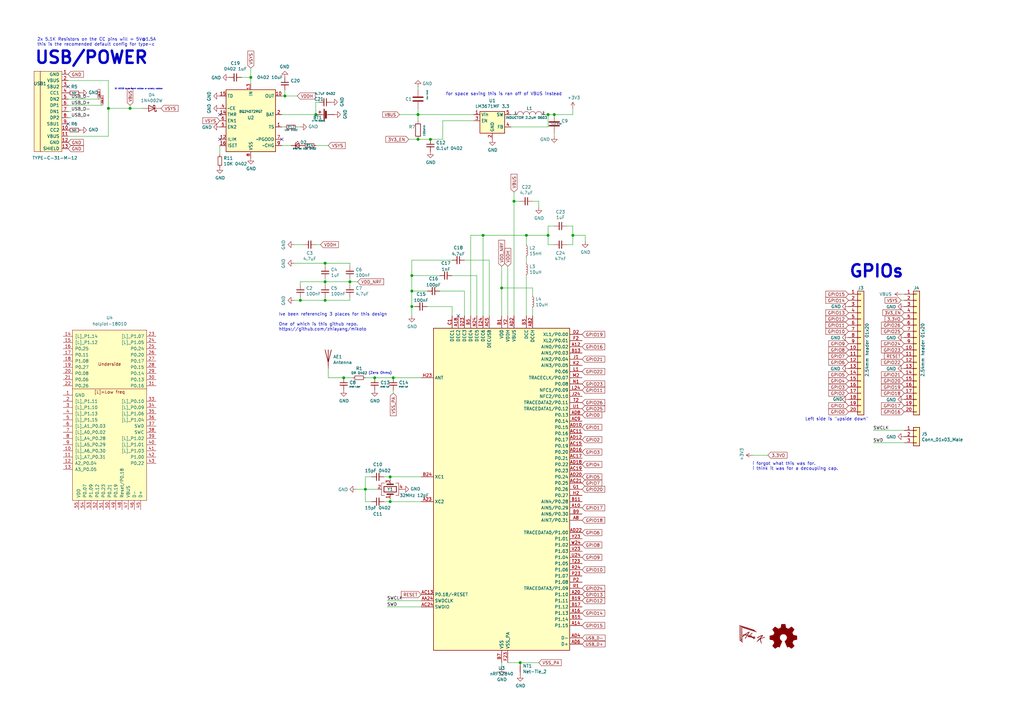
<source format=kicad_sch>
(kicad_sch (version 20211123) (generator eeschema)
  (paper "A3")
  (title_block (date "2021-08-08"))
  (junction (at 133.35 107.95) (diameter 1.016))
  (junction (at 168.91 113.03) (diameter 1.016))
  (junction (at 102.87 31.75) (diameter 1.016))
  (junction (at 171.45 46.99) (diameter 1.016))
  (junction (at 205.74 118.11) (diameter 1.016))
  (junction (at 198.12 96.52) (diameter 1.016))
  (junction (at 161.29 154.94) (diameter 1.016))
  (junction (at 171.45 57.15) (diameter 1.016))
  (junction (at 176.53 57.15) (diameter 1.016))
  (junction (at 160.02 195.58) (diameter 1.016))
  (junction (at 44.45 44.45) (diameter 1.016))
  (junction (at 215.9 96.52) (diameter 1.016))
  (junction (at 210.82 82.55) (diameter 1.016))
  (junction (at 234.95 96.52) (diameter 1.016))
  (junction (at 160.02 205.74) (diameter 1.016))
  (junction (at 224.79 96.52) (diameter 1.016))
  (junction (at 140.97 154.94) (diameter 1.016))
  (junction (at 123.19 123.19) (diameter 1.016))
  (junction (at 116.84 39.37) (diameter 1.016))
  (junction (at 227.33 46.99) (diameter 1.016))
  (junction (at 224.79 46.99) (diameter 1.016))
  (junction (at 129.54 46.99) (diameter 1.016))
  (junction (at 133.35 115.57) (diameter 1.016))
  (junction (at 213.36 271.78) (diameter 1.016))
  (junction (at 153.67 154.94) (diameter 1.016))
  (junction (at 143.51 115.57) (diameter 1.016))
  (junction (at 53.34 44.45) (diameter 1.016))
  (junction (at 133.35 123.19) (diameter 1.016))
  (junction (at 149.86 200.66) (diameter 1.016))
  (junction (at 168.91 119.38) (diameter 1.016))
  (junction (at 168.91 125.73) (diameter 1.016))
  (no_connect (at 115.57 57.15))
  (no_connect (at 187.96 129.54))
  (no_connect (at 90.17 46.99))
  (no_connect (at 90.17 57.15))
  (no_connect (at 27.94 35.56))
  (no_connect (at 27.94 50.8))
  (wire (pts (xy 215.9 107.95) (xy 215.9 105.41)))
  (wire (pts (xy 115.57 59.69) (xy 119.38 59.69)))
  (wire (pts (xy 129.54 100.33) (xy 131.445 100.33)))
  (wire (pts (xy 133.35 121.92) (xy 133.35 123.19)))
  (wire (pts (xy 153.67 154.94) (xy 161.29 154.94)))
  (wire (pts (xy 102.87 31.75) (xy 102.87 27.94)))
  (wire (pts (xy 171.45 44.45) (xy 171.45 46.99)))
  (wire (pts (xy 181.61 49.53) (xy 194.31 49.53)))
  (wire (pts (xy 27.94 33.02) (xy 44.45 33.02)))
  (wire (pts (xy 27.94 45.72) (xy 29.21 45.72)))
  (wire (pts (xy 358.14 181.61) (xy 370.84 181.61)))
  (wire (pts (xy 223.52 46.99) (xy 224.79 46.99)))
  (wire (pts (xy 157.48 195.58) (xy 160.02 195.58)))
  (wire (pts (xy 146.05 200.66) (xy 149.86 200.66)))
  (wire (pts (xy 160.02 205.74) (xy 172.72 205.74)))
  (wire (pts (xy 224.79 96.52) (xy 224.79 100.33)))
  (wire (pts (xy 168.91 106.68) (xy 168.91 113.03)))
  (wire (pts (xy 232.41 92.71) (xy 234.95 92.71)))
  (wire (pts (xy 129.54 41.91) (xy 129.54 46.99)))
  (wire (pts (xy 171.45 46.99) (xy 194.31 46.99)))
  (wire (pts (xy 224.79 92.71) (xy 224.79 96.52)))
  (wire (pts (xy 143.51 115.57) (xy 146.685 115.57)))
  (wire (pts (xy 224.79 46.99) (xy 227.33 46.99)))
  (wire (pts (xy 210.82 129.54) (xy 210.82 82.55)))
  (wire (pts (xy 232.41 100.33) (xy 234.95 100.33)))
  (wire (pts (xy 149.86 205.74) (xy 149.86 200.66)))
  (wire (pts (xy 234.95 96.52) (xy 240.03 96.52)))
  (wire (pts (xy 161.29 161.29) (xy 161.29 160.02)))
  (wire (pts (xy 195.58 113.03) (xy 195.58 129.54)))
  (wire (pts (xy 208.28 109.22) (xy 208.28 129.54)))
  (wire (pts (xy 227.33 54.61) (xy 227.33 55.88)))
  (wire (pts (xy 172.72 246.38) (xy 158.75 246.38)))
  (wire (pts (xy 215.9 100.33) (xy 215.9 96.52)))
  (wire (pts (xy 218.44 118.11) (xy 205.74 118.11)))
  (wire (pts (xy 168.91 119.38) (xy 168.91 125.73)))
  (wire (pts (xy 115.57 52.07) (xy 116.84 52.07)))
  (wire (pts (xy 130.81 41.91) (xy 129.54 41.91)))
  (wire (pts (xy 370.84 123.19) (xy 369.57 123.19)))
  (wire (pts (xy 27.94 43.18) (xy 41.91 43.18)))
  (wire (pts (xy 227.33 100.33) (xy 224.79 100.33)))
  (wire (pts (xy 370.84 176.53) (xy 358.14 176.53)))
  (wire (pts (xy 99.06 31.75) (xy 102.87 31.75)))
  (wire (pts (xy 140.97 154.94) (xy 134.62 154.94)))
  (wire (pts (xy 149.86 200.66) (xy 149.86 195.58)))
  (wire (pts (xy 149.86 200.66) (xy 154.94 200.66)))
  (wire (pts (xy 205.74 118.11) (xy 205.74 129.54)))
  (wire (pts (xy 143.51 109.22) (xy 143.51 107.95)))
  (wire (pts (xy 193.04 96.52) (xy 198.12 96.52)))
  (wire (pts (xy 53.34 44.45) (xy 53.34 43.18)))
  (wire (pts (xy 134.62 59.69) (xy 129.54 59.69)))
  (wire (pts (xy 143.51 114.3) (xy 143.51 115.57)))
  (wire (pts (xy 102.87 34.29) (xy 102.87 31.75)))
  (wire (pts (xy 27.94 40.64) (xy 40.64 40.64)))
  (wire (pts (xy 116.84 39.37) (xy 115.57 39.37)))
  (wire (pts (xy 224.79 52.07) (xy 224.79 46.99)))
  (wire (pts (xy 140.97 154.94) (xy 144.78 154.94)))
  (wire (pts (xy 134.62 154.94) (xy 134.62 151.13)))
  (wire (pts (xy 181.61 49.53) (xy 181.61 57.15)))
  (wire (pts (xy 160.02 196.85) (xy 160.02 195.58)))
  (wire (pts (xy 171.45 36.83) (xy 171.45 35.56)))
  (wire (pts (xy 120.65 100.33) (xy 124.46 100.33)))
  (wire (pts (xy 157.48 205.74) (xy 160.02 205.74)))
  (wire (pts (xy 218.44 126.365) (xy 218.44 129.54)))
  (wire (pts (xy 123.19 123.19) (xy 120.65 123.19)))
  (wire (pts (xy 172.72 248.92) (xy 158.75 248.92)))
  (wire (pts (xy 133.35 115.57) (xy 143.51 115.57)))
  (wire (pts (xy 27.94 48.26) (xy 29.21 48.26)))
  (wire (pts (xy 152.4 195.58) (xy 149.86 195.58)))
  (wire (pts (xy 210.82 82.55) (xy 210.82 78.74)))
  (wire (pts (xy 44.45 33.02) (xy 44.45 44.45)))
  (wire (pts (xy 129.54 46.99) (xy 115.57 46.99)))
  (wire (pts (xy 133.35 107.95) (xy 120.65 107.95)))
  (wire (pts (xy 121.92 39.37) (xy 116.84 39.37)))
  (wire (pts (xy 218.44 82.55) (xy 220.98 82.55)))
  (wire (pts (xy 198.12 96.52) (xy 215.9 96.52)))
  (wire (pts (xy 133.35 123.19) (xy 143.51 123.19)))
  (wire (pts (xy 224.79 92.71) (xy 227.33 92.71)))
  (wire (pts (xy 133.35 116.84) (xy 133.35 115.57)))
  (wire (pts (xy 190.5 119.38) (xy 190.5 129.54)))
  (wire (pts (xy 121.92 52.07) (xy 123.19 52.07)))
  (wire (pts (xy 234.95 100.33) (xy 234.95 96.52)))
  (wire (pts (xy 234.95 44.45) (xy 234.95 46.99)))
  (wire (pts (xy 200.66 106.68) (xy 200.66 129.54)))
  (wire (pts (xy 149.86 205.74) (xy 152.4 205.74)))
  (wire (pts (xy 215.9 96.52) (xy 224.79 96.52)))
  (wire (pts (xy 168.91 106.68) (xy 185.42 106.68)))
  (wire (pts (xy 213.36 271.78) (xy 220.98 271.78)))
  (wire (pts (xy 218.44 121.285) (xy 218.44 118.11)))
  (wire (pts (xy 161.29 154.94) (xy 172.72 154.94)))
  (wire (pts (xy 133.35 107.95) (xy 133.35 109.22)))
  (wire (pts (xy 44.45 44.45) (xy 53.34 44.45)))
  (wire (pts (xy 160.02 195.58) (xy 172.72 195.58)))
  (wire (pts (xy 163.83 46.99) (xy 171.45 46.99)))
  (wire (pts (xy 234.95 46.99) (xy 227.33 46.99)))
  (wire (pts (xy 176.53 57.15) (xy 181.61 57.15)))
  (wire (pts (xy 215.9 113.03) (xy 215.9 129.54)))
  (wire (pts (xy 149.86 154.94) (xy 153.67 154.94)))
  (wire (pts (xy 171.45 57.15) (xy 176.53 57.15)))
  (wire (pts (xy 205.74 271.78) (xy 205.74 274.32)))
  (wire (pts (xy 208.28 271.78) (xy 213.36 271.78)))
  (wire (pts (xy 123.19 115.57) (xy 123.19 116.84)))
  (wire (pts (xy 160.02 205.74) (xy 160.02 204.47)))
  (wire (pts (xy 143.51 121.92) (xy 143.51 123.19)))
  (wire (pts (xy 133.35 115.57) (xy 123.19 115.57)))
  (wire (pts (xy 133.35 114.3) (xy 133.35 115.57)))
  (wire (pts (xy 180.34 119.38) (xy 190.5 119.38)))
  (wire (pts (xy 220.98 82.55) (xy 220.98 85.09)))
  (wire (pts (xy 205.74 109.22) (xy 205.74 118.11)))
  (wire (pts (xy 369.57 120.65) (xy 370.84 120.65)))
  (wire (pts (xy 123.19 121.92) (xy 123.19 123.19)))
  (wire (pts (xy 143.51 107.95) (xy 133.35 107.95)))
  (wire (pts (xy 116.84 36.83) (xy 116.84 39.37)))
  (wire (pts (xy 185.42 113.03) (xy 195.58 113.03)))
  (wire (pts (xy 168.91 113.03) (xy 180.34 113.03)))
  (wire (pts (xy 198.12 129.54) (xy 198.12 96.52)))
  (wire (pts (xy 234.95 92.71) (xy 234.95 96.52)))
  (wire (pts (xy 314.96 186.69) (xy 308.61 186.69)))
  (wire (pts (xy 213.36 82.55) (xy 210.82 82.55)))
  (wire (pts (xy 168.91 113.03) (xy 168.91 119.38)))
  (wire (pts (xy 209.55 52.07) (xy 224.79 52.07)))
  (wire (pts (xy 240.03 96.52) (xy 240.03 99.06)))
  (wire (pts (xy 123.19 123.19) (xy 133.35 123.19)))
  (wire (pts (xy 44.45 44.45) (xy 44.45 55.88)))
  (wire (pts (xy 143.51 115.57) (xy 143.51 116.84)))
  (wire (pts (xy 90.17 63.5) (xy 90.17 59.69)))
  (wire (pts (xy 168.91 125.73) (xy 168.91 129.54)))
  (wire (pts (xy 171.45 57.15) (xy 167.64 57.15)))
  (wire (pts (xy 168.91 125.73) (xy 170.18 125.73)))
  (wire (pts (xy 193.04 129.54) (xy 193.04 96.52)))
  (wire (pts (xy 44.45 55.88) (xy 27.94 55.88)))
  (wire (pts (xy 175.26 125.73) (xy 185.42 125.73)))
  (wire (pts (xy 185.42 129.54) (xy 185.42 125.73)))
  (wire (pts (xy 190.5 106.68) (xy 200.66 106.68)))
  (wire (pts (xy 53.34 44.45) (xy 58.42 44.45)))
  (wire (pts (xy 168.91 119.38) (xy 175.26 119.38)))
  (wire (pts (xy 209.55 46.99) (xy 210.82 46.99)))
  (wire (pts (xy 171.45 49.53) (xy 171.45 46.99)))
  (text "Ive been referencing 3 places for this design\n\nOne of which is this github repo.\nhttps://github.com/zhiayang/mikoto" (at 114.3 135.89 0) (effects (font (size 1.27 1.27)) (justify left bottom)))
  (text "D1 NEEDS to be 0omh resistor or schotky resistor" (at 46.99 36.83 0) (effects (font (size 0.508 0.508)) (justify left bottom)))
  (text "2x 5.1K Resistors on the CC pins will = 5V@1.5A\nthis is the recomended default config for type-c" (at 15.24 19.05 0) (effects (font (size 1.27 1.27)) (justify left bottom)))
  (text "(Zero Ohms)" (at 151.13 153.67 0) (effects (font (size 0.9906 0.9906)) (justify left bottom)))
  (text "USB/POWER" (at 13.97 26.67 0) (effects (font (size 5.0038 5.0038) (thickness 1.0008) bold) (justify left bottom)))
  (text "GPIOs" (at 347.98 114.3 0) (effects (font (size 5.0038 5.0038) (thickness 1.0008) bold) (justify left bottom)))
  (text "for space saving this is ran off of VBUS instead" (at 182.88 39.37 0) (effects (font (size 1.27 1.27)) (justify left bottom)))
  (text "Left side is \"upside down\"" (at 330.2 172.72 0) (effects (font (size 1.27 1.27)) (justify left bottom)))
  (text "i forgot what this was for.\ni think it was for a decoupling cap." (at 308.61 193.04 0) (effects (font (size 1.27 1.27)) (justify left bottom)))
  (label "SWCLK" (at 358.14 176.53 0))
  (label "USB_D-" (at 29.21 40.64 0))
  (label "USB_D+" (at 29.21 48.26 0))
  (label "SWD" (at 158.75 248.92 0))
  (label "USB_D-" (at 29.21 45.72 0))
  (label "USB_D+" (at 29.21 43.18 0))
  (label "SWD" (at 358.14 181.61 0))
  (label "SWCLK" (at 158.75 246.38 0))
  (global_label "GPIO1" (shape input) (at 347.98 166.37 180) (property "Intersheet References" "${INTERSHEET_REFS}" (effects hide)))
  (global_label "GPIO1" (shape input) (at 238.76 175.26 0) (property "Intersheet References" "${INTERSHEET_REFS}" (effects hide)))
  (global_label "GPIO10" (shape input) (at 238.76 233.68 0) (property "Intersheet References" "${INTERSHEET_REFS}" (effects hide)))
  (global_label "GPIO14" (shape input) (at 238.76 251.46 0) (property "Intersheet References" "${INTERSHEET_REFS}" (effects hide)))
  (global_label "VDDH" (shape input) (at 208.28 109.22 90) (property "Intersheet References" "${INTERSHEET_REFS}" (effects hide)))
  (global_label "GPIO26" (shape input) (at 238.76 165.1 0) (property "Intersheet References" "${INTERSHEET_REFS}" (effects hide)))
  (global_label "GPIO19" (shape input) (at 238.76 137.16 0) (property "Intersheet References" "${INTERSHEET_REFS}" (effects hide)))
  (global_label "GPIO9" (shape input) (at 238.76 228.6 0) (property "Intersheet References" "${INTERSHEET_REFS}" (effects hide)))
  (global_label "VSYS" (shape input) (at 134.62 59.69 0) (property "Intersheet References" "${INTERSHEET_REFS}" (effects hide)))
  (global_label "VDDH" (shape input) (at 131.445 100.33 0) (property "Intersheet References" "${INTERSHEET_REFS}" (effects hide)))
  (global_label "GPIO26" (shape input) (at 370.84 133.35 180) (property "Intersheet References" "${INTERSHEET_REFS}" (effects hide)))
  (global_label "GPIO13" (shape input) (at 238.76 243.84 0) (property "Intersheet References" "${INTERSHEET_REFS}" (effects hide)))
  (global_label "USB_D-" (shape input) (at 40.64 40.64 90) (effects (font (size 0.508 0.508))) (property "Intersheet References" "${INTERSHEET_REFS}" (effects hide)))
  (global_label "GPIO6" (shape input) (at 238.76 218.44 0) (property "Intersheet References" "${INTERSHEET_REFS}" (effects hide)))
  (global_label "USB_D+" (shape input) (at 238.76 264.16 0) (effects (font (size 1.1938 1.1938))) (property "Intersheet References" "${INTERSHEET_REFS}" (effects hide)))
  (global_label "GPIO9" (shape input) (at 347.98 140.97 180) (property "Intersheet References" "${INTERSHEET_REFS}" (effects hide)))
  (global_label "VDDH" (shape input) (at 121.92 39.37 0) (property "Intersheet References" "${INTERSHEET_REFS}" (effects hide)))
  (global_label "GPIO7" (shape input) (at 347.98 146.05 180) (property "Intersheet References" "${INTERSHEET_REFS}" (effects hide)))
  (global_label "VSYS" (shape input) (at 90.17 49.53 180) (property "Intersheet References" "${INTERSHEET_REFS}" (effects hide)))
  (global_label "GPIO25" (shape input) (at 238.76 167.64 0) (property "Intersheet References" "${INTERSHEET_REFS}" (effects hide)))
  (global_label "3V3_EN" (shape input) (at 370.84 128.27 180) (effects (font (size 1.1938 1.1938))) (property "Intersheet References" "${INTERSHEET_REFS}" (effects hide)))
  (global_label "GPIO24" (shape input) (at 370.84 140.97 180) (property "Intersheet References" "${INTERSHEET_REFS}" (effects hide)))
  (global_label "GPIO12" (shape input) (at 238.76 246.38 0) (property "Intersheet References" "${INTERSHEET_REFS}" (effects hide)))
  (global_label "VBUS" (shape input) (at 163.83 46.99 180) (effects (font (size 1.1938 1.1938))) (property "Intersheet References" "${INTERSHEET_REFS}" (effects hide)))
  (global_label "GPIO17" (shape input) (at 238.76 208.28 0) (property "Intersheet References" "${INTERSHEET_REFS}" (effects hide)))
  (global_label "GPIO23" (shape input) (at 238.76 157.48 0) (property "Intersheet References" "${INTERSHEET_REFS}" (effects hide)))
  (global_label "GPIO6" (shape input) (at 347.98 148.59 180) (property "Intersheet References" "${INTERSHEET_REFS}" (effects hide)))
  (global_label "GPIO25" (shape input) (at 370.84 135.89 180) (property "Intersheet References" "${INTERSHEET_REFS}" (effects hide)))
  (global_label "GPIO10" (shape input) (at 347.98 135.89 180) (property "Intersheet References" "${INTERSHEET_REFS}" (effects hide)))
  (global_label "GPIO14" (shape input) (at 347.98 123.19 180) (property "Intersheet References" "${INTERSHEET_REFS}" (effects hide)))
  (global_label "VDD_NRF" (shape input) (at 146.685 115.57 0) (property "Intersheet References" "${INTERSHEET_REFS}" (effects hide)))
  (global_label "GPIO23" (shape input) (at 370.84 143.51 180) (property "Intersheet References" "${INTERSHEET_REFS}" (effects hide)))
  (global_label "GND" (shape input) (at 27.94 58.42 0) (property "Intersheet References" "${INTERSHEET_REFS}" (effects hide)))
  (global_label "GPIO20" (shape input) (at 238.76 200.66 0) (property "Intersheet References" "${INTERSHEET_REFS}" (effects hide)))
  (global_label "GPIO12" (shape input) (at 347.98 130.81 180) (property "Intersheet References" "${INTERSHEET_REFS}" (effects hide)))
  (global_label "GPIO5" (shape input) (at 238.76 195.58 0) (property "Intersheet References" "${INTERSHEET_REFS}" (effects hide)))
  (global_label "VSYS" (shape input) (at 369.57 123.19 180) (effects (font (size 1.1938 1.1938))) (property "Intersheet References" "${INTERSHEET_REFS}" (effects hide)))
  (global_label "GPIO19" (shape input) (at 370.84 158.75 180) (property "Intersheet References" "${INTERSHEET_REFS}" (effects hide)))
  (global_label "GPIO0" (shape input) (at 347.98 168.91 180) (property "Intersheet References" "${INTERSHEET_REFS}" (effects hide)))
  (global_label "GPIO21" (shape input) (at 370.84 153.67 180) (property "Intersheet References" "${INTERSHEET_REFS}" (effects hide)))
  (global_label "VBUS" (shape input) (at 53.34 43.18 90) (effects (font (size 1.1938 1.1938))) (property "Intersheet References" "${INTERSHEET_REFS}" (effects hide)))
  (global_label "USB_D-" (shape input) (at 238.76 261.62 0) (effects (font (size 1.1938 1.1938))) (property "Intersheet References" "${INTERSHEET_REFS}" (effects hide)))
  (global_label "VDD_NRF" (shape input) (at 205.74 109.22 90) (property "Intersheet References" "${INTERSHEET_REFS}" (effects hide)))
  (global_label "GPIO21" (shape input) (at 238.76 147.32 0) (property "Intersheet References" "${INTERSHEET_REFS}" (effects hide)))
  (global_label "GPIO16" (shape input) (at 370.84 168.91 180) (property "Intersheet References" "${INTERSHEET_REFS}" (effects hide)))
  (global_label "3.3VO" (shape input) (at 314.96 186.69 0) (property "Intersheet References" "${INTERSHEET_REFS}" (effects hide)))
  (global_label "GPIO3" (shape input) (at 347.98 158.75 180) (property "Intersheet References" "${INTERSHEET_REFS}" (effects hide)))
  (global_label "GPIO5" (shape input) (at 347.98 153.67 180) (property "Intersheet References" "${INTERSHEET_REFS}" (effects hide)))
  (global_label "VSS_PA" (shape input) (at 220.98 271.78 0) (property "Intersheet References" "${INTERSHEET_REFS}" (effects hide)))
  (global_label "GPIO22" (shape input) (at 370.84 148.59 180) (property "Intersheet References" "${INTERSHEET_REFS}" (effects hide)))
  (global_label "GND" (shape input) (at 27.94 30.48 0) (property "Intersheet References" "${INTERSHEET_REFS}" (effects hide)))
  (global_label "GPIO3" (shape input) (at 238.76 185.42 0) (property "Intersheet References" "${INTERSHEET_REFS}" (effects hide)))
  (global_label "3.3VO" (shape input) (at 370.84 130.81 180) (property "Intersheet References" "${INTERSHEET_REFS}" (effects hide)))
  (global_label "GPIO24" (shape input) (at 238.76 241.3 0) (property "Intersheet References" "${INTERSHEET_REFS}" (effects hide)))
  (global_label "GPIO8" (shape input) (at 347.98 143.51 180) (property "Intersheet References" "${INTERSHEET_REFS}" (effects hide)))
  (global_label "GPIO18" (shape input) (at 370.84 161.29 180) (property "Intersheet References" "${INTERSHEET_REFS}" (effects hide)))
  (global_label "GPIO16" (shape input) (at 238.76 142.24 0) (property "Intersheet References" "${INTERSHEET_REFS}" (effects hide)))
  (global_label "RESET" (shape input) (at 370.84 146.05 180) (property "Intersheet References" "${INTERSHEET_REFS}" (effects hide)))
  (global_label "GPIO8" (shape input) (at 238.76 223.52 0) (property "Intersheet References" "${INTERSHEET_REFS}" (effects hide)))
  (global_label "GPIO4" (shape input) (at 238.76 190.5 0) (property "Intersheet References" "${INTERSHEET_REFS}" (effects hide)))
  (global_label "GPIO18" (shape input) (at 238.76 213.36 0) (property "Intersheet References" "${INTERSHEET_REFS}" (effects hide)))
  (global_label "GND" (shape input) (at 27.94 60.96 0) (property "Intersheet References" "${INTERSHEET_REFS}" (effects hide)))
  (global_label "GPIO4" (shape input) (at 347.98 156.21 180) (property "Intersheet References" "${INTERSHEET_REFS}" (effects hide)))
  (global_label "GPIO7" (shape input) (at 238.76 198.12 0) (property "Intersheet References" "${INTERSHEET_REFS}" (effects hide)))
  (global_label "GPIO22" (shape input) (at 238.76 152.4 0) (property "Intersheet References" "${INTERSHEET_REFS}" (effects hide)))
  (global_label "GPIO11" (shape input) (at 347.98 133.35 180) (property "Intersheet References" "${INTERSHEET_REFS}" (effects hide)))
  (global_label "GPIO2" (shape input) (at 347.98 161.29 180) (property "Intersheet References" "${INTERSHEET_REFS}" (effects hide)))
  (global_label "GPIO15" (shape input) (at 238.76 256.54 0) (property "Intersheet References" "${INTERSHEET_REFS}" (effects hide)))
  (global_label "GPIO0" (shape input) (at 238.76 170.18 0) (property "Intersheet References" "${INTERSHEET_REFS}" (effects hide)))
  (global_label "GPIO20" (shape input) (at 370.84 156.21 180) (property "Intersheet References" "${INTERSHEET_REFS}" (effects hide)))
  (global_label "VSYS" (shape input) (at 102.87 27.94 90) (property "Intersheet References" "${INTERSHEET_REFS}" (effects hide)))
  (global_label "GPIO2" (shape input) (at 238.76 180.34 0) (property "Intersheet References" "${INTERSHEET_REFS}" (effects hide)))
  (global_label "GPIO17" (shape input) (at 370.84 166.37 180) (property "Intersheet References" "${INTERSHEET_REFS}" (effects hide)))
  (global_label "VSYS" (shape input) (at 66.04 44.45 0) (property "Intersheet References" "${INTERSHEET_REFS}" (effects hide)))
  (global_label "3V3_EN" (shape input) (at 167.64 57.15 180) (property "Intersheet References" "${INTERSHEET_REFS}" (effects hide)))
  (global_label "VSS_PA" (shape input) (at 161.29 161.29 270) (property "Intersheet References" "${INTERSHEET_REFS}" (effects hide)))
  (global_label "VBUS" (shape input) (at 210.82 78.74 90) (property "Intersheet References" "${INTERSHEET_REFS}" (effects hide)))
  (global_label "GPIO15" (shape input) (at 347.98 120.65 180) (property "Intersheet References" "${INTERSHEET_REFS}" (effects hide)))
  (global_label "GPIO11" (shape input) (at 238.76 160.02 0) (property "Intersheet References" "${INTERSHEET_REFS}" (effects hide)))
  (global_label "GPIO13" (shape input) (at 347.98 128.27 180) (property "Intersheet References" "${INTERSHEET_REFS}" (effects hide)))
  (global_label "RESET" (shape input) (at 172.72 243.84 180) (property "Intersheet References" "${INTERSHEET_REFS}" (effects hide)))
  (global_label "USB_D+" (shape input) (at 41.91 43.18 90) (effects (font (size 0.508 0.508))) (property "Intersheet References" "${INTERSHEET_REFS}" (effects hide)))
  (symbol (lib_id "Type-C:HRO-TYPE-C-31-M-12") (at 25.4 44.45 0) (unit 1)
    (property "Reference" "USB1" (at 19.05 34.29 0) (effects (justify right)))
    (property "Value" "TYPE-C-31-M-12" (at 31.75 64.77 0) (effects (justify right)))
    (property "Footprint" "HRO-TYPE-C31-M-12:HRO-TYPE-C-31-M-12" (effects hide))
  )
  (symbol (lib_id "power:GND") (at 347.98 163.83 270) (mirror x) (unit 1)
    (property "Reference" "#PWR020" (effects hide))
    (property "Value" "GND" (at 343.5858 163.703 90))
  )
  (symbol (lib_id "power:+3V3") (at 234.95 44.45 0) (unit 1)
    (property "Reference" "#PWR09" (effects hide))
    (property "Value" "+3V3" (at 235.331 40.0558 0))
  )
  (symbol (lib_id "Device:C") (at 171.45 40.64 180) (unit 1)
    (property "Reference" "C1" (at 168.91 40.64 0) (effects (justify left)))
    (property "Value" "10uf 0402" (at 175.26 36.83 90) (effects (font (size 0.508 0.508)) (justify left)))
    (property "Footprint" "Capacitor_SMD:C_0402_1005Metric" (effects hide))
  )
  (symbol (lib_id "power:GND") (at 171.45 35.56 180) (unit 1)
    (property "Reference" "#PWR04" (effects hide))
    (property "Value" "GND" (at 175.26 34.29 0))
  )
  (symbol (lib_id "logo:LOGO") (at 308.61 260.35 0) (unit 1)
    (property "Reference" "#G1" (effects hide))
    (property "Value" "LOGO" (effects hide))
    (property "Footprint" "EnvExtras:logo" (effects hide))
  )
  (symbol (lib_id "power:GND") (at 33.02 38.1 90) (unit 1)
    (property "Reference" "#PWR0108" (effects hide))
    (property "Value" "GND" (at 36.2712 37.973 90) (effects (justify right)))
  )
  (symbol (lib_id "power:GND") (at 33.02 53.34 90) (unit 1)
    (property "Reference" "#PWR0109" (effects hide))
    (property "Value" "GND" (at 36.2712 53.213 90) (effects (justify right)))
  )
  (symbol (lib_id "power:GND") (at 347.98 125.73 270) (unit 1)
    (property "Reference" "#PWR0102" (effects hide))
    (property "Value" "GND" (at 342.9 125.73 90))
  )
  (symbol (lib_id "power:GND") (at 347.98 151.13 270) (unit 1)
    (property "Reference" "#PWR0104" (effects hide))
    (property "Value" "GND" (at 344.7288 151.257 90) (effects (justify right)))
  )
  (symbol (lib_id "power:GND") (at 370.84 125.73 270) (unit 1)
    (property "Reference" "#PWR027" (effects hide))
    (property "Value" "GND" (at 367.5888 125.857 90) (effects (justify right)))
  )
  (symbol (lib_id "power:GND") (at 370.84 138.43 270) (unit 1)
    (property "Reference" "#PWR030" (effects hide))
    (property "Value" "GND" (at 367.5888 138.557 90) (effects (justify right)))
  )
  (symbol (lib_id "power:GND") (at 370.84 151.13 270) (unit 1)
    (property "Reference" "#PWR031" (effects hide))
    (property "Value" "GND" (at 367.5888 151.257 90) (effects (justify right)))
  )
  (symbol (lib_id "power:GND") (at 370.84 163.83 270) (unit 1)
    (property "Reference" "#PWR032" (effects hide))
    (property "Value" "GND" (at 367.5888 163.957 90) (effects (justify right)))
  )
  (symbol (lib_id "Connector_Generic:Conn_01x03") (at 375.92 179.07 0) (unit 1)
    (property "Reference" "J5" (at 377.952 178.0032 0) (effects (justify left)))
    (property "Value" "Conn_01x03_Male" (at 377.952 180.3146 0) (effects (justify left)))
    (property "Footprint" "Connector_PinHeader_2.54mm:PinHeader_1x03_P2.54mm_Vertical" (effects hide))
  )
  (symbol (lib_id "power:GND") (at 370.84 179.07 270) (unit 1)
    (property "Reference" "#PWR034" (effects hide))
    (property "Value" "GND" (at 367.5888 179.197 90) (effects (justify right)))
  )
  (symbol (lib_id "Device:C_Small") (at 176.53 59.69 0) (unit 1)
    (property "Reference" "C12" (at 178.8668 58.5216 0) (effects (justify left)))
    (property "Value" "0.1uf 0402" (at 178.8668 60.833 0) (effects (justify left)))
    (property "Footprint" "Capacitor_SMD:C_0402_1005Metric" (effects hide))
  )
  (symbol (lib_id "Device:C") (at 227.33 50.8 0) (unit 1)
    (property "Reference" "C9" (at 230.251 49.6316 0) (effects (justify left)))
    (property "Value" "4.7uf 0402" (at 226.06 50.8 0) (effects (font (size 0.508 0.508)) (justify left)))
    (property "Footprint" "Capacitor_SMD:C_0402_1005Metric" (effects hide))
  )
  (symbol (lib_id "power:GND") (at 227.33 55.88 0) (unit 1)
    (property "Reference" "#PWR01" (effects hide))
    (property "Value" "GND" (at 223.52 57.15 0))
  )
  (symbol (lib_id "Regulator_Switching:LM3670MF") (at 201.93 49.53 0) (unit 1)
    (property "Reference" "U1" (at 201.93 41.275 0))
    (property "Value" "LM3671MF 3.3" (at 201.93 43.5864 0))
    (property "Footprint" "Package_TO_SOT_SMD:TSOT-23-5" (effects hide))
    (property "Datasheet" "http://www.ti.com/lit/ds/symlink/lm3670.pdf" (effects hide))
  )
  (symbol (lib_id "pspice:INDUCTOR") (at 217.17 46.99 0) (unit 1)
    (property "Reference" "L1" (at 217.17 44.45 0))
    (property "Value" "INDUCTOR 2.2uH 0603" (at 215.9 48.26 0) (effects (font (size 0.9906 0.9906))))
    (property "Footprint" "Inductor_SMD:L_0603_1608Metric" (effects hide))
  )
  (symbol (lib_id "Device:Net-Tie_2") (at 213.36 274.32 270) (unit 1)
    (property "Reference" "NT1" (at 214.4776 273.1516 90) (effects (justify left)))
    (property "Value" "Net-Tie_2" (at 214.4776 275.463 90) (effects (justify left)))
    (property "Footprint" "NetTie:NetTie-2_SMD_Pad0.5mm" (effects hide))
  )
  (symbol (lib_id "power:GND") (at 205.74 274.32 0) (unit 1)
    (property "Reference" "#PWR016" (effects hide))
    (property "Value" "GND" (at 205.867 278.7142 0))
  )
  (symbol (lib_id "power:GND") (at 213.36 276.86 0) (unit 1)
    (property "Reference" "#PWR015" (effects hide))
    (property "Value" "GND" (at 213.487 281.2542 0))
  )
  (symbol (lib_id "power:VBUS") (at 369.57 120.65 90) (unit 1)
    (property "Reference" "#PWR03" (effects hide))
    (property "Value" "VBUS" (at 363.22 120.65 90))
  )
  (symbol (lib_id "Connector_Generic:Conn_01x20") (at 375.92 143.51 0) (unit 1)
    (property "Reference" "J4" (at 375.92 118.11 0))
    (property "Value" "2.54mm header 01x20" (at 378.46 143.51 90))
    (property "Footprint" "2.54mmheadercastelation:PinHeader_1x20_P2.54mm_Vertical_castelated" (effects hide))
  )
  (symbol (lib_id "Connector_Generic:Conn_01x20") (at 353.06 143.51 0) (unit 1)
    (property "Reference" "J3" (at 353.06 118.11 0))
    (property "Value" "2.54mm header 01x20" (at 355.6 143.51 90))
    (property "Footprint" "2.54mmheadercastelation:PinHeader_1x20_P2.54mm_Vertical_castelated" (effects hide))
  )
  (symbol (lib_id "Graphic:Logo_Open_Hardware_Small") (at 321.31 261.62 0) (unit 1)
    (property "Reference" "#LOGO1" (effects hide))
    (property "Value" "Logo_Open_Hardware_Small" (effects hide))
    (property "Footprint" "EnvExtras:logo" (effects hide))
  )
  (symbol (lib_id "Device:R") (at 171.45 53.34 0) (unit 1)
    (property "Reference" "R7" (at 167.64 52.07 0) (effects (justify left)))
    (property "Value" "100ohm" (at 173.99 55.88 90) (effects (font (size 0.762 0.762)) (justify left)))
    (property "Footprint" "Resistor_SMD:R_0402_1005Metric" (effects hide))
  )
  (symbol (lib_id "Device:R_Small") (at 30.48 53.34 270) (unit 1)
    (property "Reference" "R6" (at 30.48 50.8 90))
    (property "Value" "5.1K" (at 30.48 53.34 90) (effects (font (size 0.508 0.508))))
    (property "Footprint" "Resistor_SMD:R_0402_1005Metric" (effects hide))
  )
  (symbol (lib_id "Device:R_Small") (at 30.48 38.1 270) (unit 1)
    (property "Reference" "R5" (at 30.48 35.56 90))
    (property "Value" "5.1K" (at 30.48 38.1 90) (effects (font (size 0.508 0.508))))
    (property "Footprint" "Resistor_SMD:R_0402_1005Metric" (effects hide))
  )
  (symbol (lib_id "power:GND") (at 347.98 138.43 270) (unit 1)
    (property "Reference" "#PWR0103" (effects hide))
    (property "Value" "GND" (at 344.7288 138.557 90) (effects (justify right)))
  )
  (symbol (lib_id "power:GND") (at 201.93 57.15 0) (unit 1)
    (property "Reference" "#PWR0110" (effects hide))
    (property "Value" "GND" (at 202.057 61.5442 0))
  )
  (symbol (lib_id "power:GND") (at 176.53 62.23 0) (unit 1)
    (property "Reference" "#PWR0111" (effects hide))
    (property "Value" "GND" (at 176.657 66.6242 0))
  )
  (symbol (lib_id "Device:Crystal_GND24") (at 160.02 200.66 90) (unit 1)
    (property "Reference" "Y1" (at 160.02 200.66 90))
    (property "Value" "32MHz 12pF" (at 163.83 203.2 90) (effects (justify right)))
    (property "Footprint" "Crystal:Crystal_SMD_3225-4Pin_3.2x2.5mm" (effects hide))
  )
  (symbol (lib_id "power:GND") (at 165.1 200.66 90) (unit 1)
    (property "Reference" "#PWR0107" (effects hide))
    (property "Value" "GND" (at 168.3512 200.533 90) (effects (justify right)))
  )
  (symbol (lib_id "MCU_Nordic:nRF52840") (at 205.74 200.66 0) (unit 1)
    (property "Reference" "U3" (at 205.74 274.0406 0))
    (property "Value" "nRF52840" (at 205.74 276.352 0))
    (property "Footprint" "Package_DFN_QFN:Nordic_AQFN-73-1EP_7x7mm_P0.5mm" (effects hide))
    (property "Datasheet" "http://infocenter.nordicsemi.com/topic/com.nordic.infocenter.nrf52/dita/nrf52/chips/nrf52840.html" (effects hide))
  )
  (symbol (lib_id "Device:C_Small") (at 154.94 205.74 90) (unit 1)
    (property "Reference" "C11" (at 154.94 210.82 90))
    (property "Value" "15pF 0402" (at 154.94 208.28 90))
    (property "Footprint" "Capacitor_SMD:C_0402_1005Metric" (effects hide))
  )
  (symbol (lib_id "Device:C_Small") (at 154.94 195.58 90) (unit 1)
    (property "Reference" "C10" (at 154.94 190.5 90))
    (property "Value" "15pF 0402" (at 154.94 193.04 90))
    (property "Footprint" "Capacitor_SMD:C_0402_1005Metric" (effects hide))
  )
  (symbol (lib_id "Device:Battery_Cell") (at 134.62 46.99 90) (unit 1)
    (property "Reference" "BT1" (at 132.08 48.26 90) (effects (justify left)))
    (property "Value" "Li-Po Battery" (at 133.35 49.53 90) (effects (font (size 0.508 0.508)) (justify left)))
    (property "Footprint" "Connector_JST:JST_PH_B2B-PH-K_1x02_P2.00mm_Vertical" (effects hide))
  )
  (symbol (lib_id "power:GND") (at 146.05 200.66 270) (unit 1)
    (property "Reference" "#PWR0112" (effects hide))
    (property "Value" "GND" (at 142.7988 200.787 90) (effects (justify right)))
  )
  (symbol (lib_id "power:GND") (at 137.16 46.99 90) (unit 1)
    (property "Reference" "#PWR022" (effects hide))
    (property "Value" "GND" (at 141.5542 46.863 0))
  )
  (symbol (lib_id "Device:Antenna") (at 134.62 146.05 0) (unit 1)
    (property "Reference" "AE1" (at 136.652 146.3294 0) (effects (justify left)))
    (property "Value" "Antenna" (at 136.652 148.6408 0) (effects (justify left)))
    (property "Footprint" "RF_Antenna:Texas_SWRA117D_2.4GHz_Left" (effects hide))
  )
  (symbol (lib_id "Device:C_Small") (at 161.29 157.48 0) (unit 1)
    (property "Reference" "C14" (at 163.6268 156.9212 0) (effects (justify left)))
    (property "Value" "0402 1pF" (at 163.6268 158.623 0) (effects (font (size 0.508 0.508)) (justify left)))
    (property "Footprint" "Capacitor_SMD:C_0402_1005Metric" (effects hide))
  )
  (symbol (lib_id "Device:C_Small") (at 153.67 157.48 0) (unit 1)
    (property "Reference" "C13" (at 156.0068 156.9212 0) (effects (justify left)))
    (property "Value" "0402 1pF" (at 156.0068 158.623 0) (effects (font (size 0.508 0.508)) (justify left)))
    (property "Footprint" "Capacitor_SMD:C_0402_1005Metric" (effects hide))
  )
  (symbol (lib_id "Device:C_Small") (at 140.97 157.48 0) (unit 1)
    (property "Reference" "C8" (at 143.3068 156.9212 0) (effects (justify left)))
    (property "Value" "0402 1.5pF" (at 143.3068 158.623 0) (effects (font (size 0.508 0.508)) (justify left)))
    (property "Footprint" "Capacitor_SMD:C_0402_1005Metric" (effects hide))
  )
  (symbol (lib_id "Device:R_Small") (at 147.32 154.94 270) (unit 1)
    (property "Reference" "R1" (at 147.32 151.13 90))
    (property "Value" "0R 0402 " (at 147.32 152.4 90) (effects (font (size 0.9906 0.9906)) (justify top)))
    (property "Footprint" "Resistor_SMD:R_0402_1005Metric" (effects hide))
  )
  (symbol (lib_id "power:GND") (at 140.97 160.02 0) (unit 1)
    (property "Reference" "#PWR0114" (effects hide))
    (property "Value" "GND" (at 141.097 164.4142 0))
  )
  (symbol (lib_id "power:GND") (at 153.67 160.02 0) (unit 1)
    (property "Reference" "#PWR0123" (effects hide))
    (property "Value" "GND" (at 153.797 164.4142 0))
  )
  (symbol (lib_id "power:+3V3") (at 308.61 186.69 90) (unit 1)
    (property "Reference" "#PWR0127" (effects hide))
    (property "Value" "+3V3" (at 304.2158 186.309 0))
  )
  (symbol (lib_id "Device:D_Schottky") (at 62.23 44.45 180) (unit 1)
    (property "Reference" "D4" (at 62.23 38.9382 0))
    (property "Value" "1N4002W" (at 62.23 41.2496 0))
    (property "Footprint" "Diode_SMD:D_SOD-123" (effects hide))
  )
  (symbol (lib_id "power:GND") (at 90.17 39.37 270) (unit 1)
    (property "Reference" "#PWR0101" (effects hide))
    (property "Value" "GND" (at 85.7758 39.497 0))
  )
  (symbol (lib_id "Battery_Management:BQ24072RGT") (at 102.87 49.53 0) (unit 1)
    (property "Reference" "U2" (at 102.87 48.26 0))
    (property "Value" "BQ24072RGT" (at 102.87 45.72 0) (effects (font (size 0.9906 0.9906))))
    (property "Footprint" "Package_DFN_QFN:VQFN-16-1EP_3x3mm_P0.5mm_EP1.6x1.6mm" (effects hide))
    (property "Datasheet" "http://www.ti.com/lit/ds/symlink/bq24072.pdf" (effects hide))
  )
  (symbol (lib_id "Device:C_Small") (at 96.52 31.75 270) (unit 1)
    (property "Reference" "C19" (at 96.52 25.9334 90))
    (property "Value" "0402 1uF" (at 96.52 28.2448 90))
    (property "Footprint" "Capacitor_SMD:C_0402_1005Metric" (effects hide))
  )
  (symbol (lib_id "power:GND") (at 93.98 31.75 270) (unit 1)
    (property "Reference" "#PWR0115" (effects hide))
    (property "Value" "GND" (at 90.7288 31.877 90) (effects (justify right)))
  )
  (symbol (lib_id "power:GND") (at 102.87 64.77 0) (unit 1)
    (property "Reference" "#PWR0116" (effects hide))
    (property "Value" "GND" (at 102.997 69.1642 0))
  )
  (symbol (lib_id "Device:R_Small") (at 119.38 52.07 270) (unit 1)
    (property "Reference" "R12" (at 119.38 52.07 90) (effects (font (size 0.9906 0.9906))))
    (property "Value" "10K 0402" (at 119.38 53.34 90) (effects (font (size 0.7112 0.7112))))
    (property "Footprint" "Resistor_SMD:R_0402_1005Metric" (effects hide))
  )
  (symbol (lib_id "power:GND") (at 123.19 52.07 90) (unit 1)
    (property "Reference" "#PWR0117" (effects hide))
    (property "Value" "GND" (at 126.4412 51.943 90) (effects (justify right)))
  )
  (symbol (lib_id "Device:C_Small") (at 133.35 41.91 270) (unit 1)
    (property "Reference" "C21" (at 130.81 40.64 90))
    (property "Value" "4.7uf 0402" (at 133.35 38.4048 90) (effects (font (size 0.9906 0.9906))))
    (property "Footprint" "Capacitor_SMD:C_0402_1005Metric" (effects hide))
  )
  (symbol (lib_id "power:GND") (at 135.89 41.91 90) (unit 1)
    (property "Reference" "#PWR0118" (effects hide))
    (property "Value" "GND" (at 140.2842 41.783 0))
  )
  (symbol (lib_id "power:GND") (at 90.17 44.45 270) (unit 1)
    (property "Reference" "#PWR0119" (effects hide))
    (property "Value" "GND" (at 85.7758 44.577 0))
  )
  (symbol (lib_id "Device:LED_Small") (at 121.92 59.69 0) (unit 1)
    (property "Reference" "D2" (at 124.46 58.42 0))
    (property "Value" "0402 led" (at 121.92 60.96 0) (effects (font (size 0.508 0.508))))
    (property "Footprint" "LED_SMD:LED_0402_1005Metric" (effects hide))
  )
  (symbol (lib_id "Device:R_Small") (at 127 59.69 270) (unit 1)
    (property "Reference" "R14" (at 127 59.69 90) (effects (font (size 0.9906 0.9906))))
    (property "Value" "10K 0402" (at 127 60.96 90) (effects (font (size 0.7112 0.7112))))
    (property "Footprint" "Resistor_SMD:R_0402_1005Metric" (effects hide))
  )
  (symbol (lib_id "power:GND") (at 90.17 52.07 270) (unit 1)
    (property "Reference" "#PWR0120" (effects hide))
    (property "Value" "GND" (at 86.9188 52.197 90) (effects (justify right)))
  )
  (symbol (lib_id "Device:C_Small") (at 116.84 34.29 0) (unit 1)
    (property "Reference" "C20" (at 119.1768 33.1216 0) (effects (justify left)))
    (property "Value" "0402 10uF" (at 105.41 31.75 0) (effects (justify left)))
    (property "Footprint" "Resistor_SMD:R_0402_1005Metric" (effects hide))
  )
  (symbol (lib_id "power:GND") (at 116.84 31.75 180) (unit 1)
    (property "Reference" "#PWR0121" (effects hide))
    (property "Value" "GND" (at 116.713 27.3558 0))
  )
  (symbol (lib_id "Device:R_Small") (at 90.17 66.04 0) (unit 1)
    (property "Reference" "R11" (at 91.6686 64.8716 0) (effects (justify left)))
    (property "Value" "10K 0402" (at 91.6686 67.183 0) (effects (justify left)))
    (property "Footprint" "Resistor_SMD:R_0402_1005Metric" (effects hide))
  )
  (symbol (lib_id "power:GND") (at 90.17 68.58 0) (unit 1)
    (property "Reference" "#PWR0122" (effects hide))
    (property "Value" "GND" (at 90.297 72.9742 0))
  )
  (symbol (lib_id "power:GND") (at 120.65 100.33 270) (unit 1)
    (property "Reference" "#PWR0124" (effects hide))
    (property "Value" "GND" (at 116.2558 100.457 0))
  )
  (symbol (lib_id "Device:C_Small") (at 172.72 125.73 270) (unit 1)
    (property "Reference" "C15" (at 172.72 120.65 90))
    (property "Value" "100nF" (at 172.72 123.19 90))
    (property "Footprint" "Capacitor_SMD:C_0402_1005Metric" (effects hide))
    (property "LCSC Part" "C1525" (effects hide))
    (property "Digikey" "1276-6720-1-ND" (effects hide))
    (property "Manufacturer Part" "CL05B104KA5NNNC" (effects hide))
  )
  (symbol (lib_id "Device:C_Small") (at 177.8 119.38 270) (unit 1)
    (property "Reference" "C16" (at 177.8 114.3 90))
    (property "Value" "100pF" (at 177.8 116.84 90))
    (property "Footprint" "Capacitor_SMD:C_0402_1005Metric" (effects hide))
    (property "LCSC Part" "C26409" (effects hide))
    (property "Digikey" "478-1082-1-ND" (effects hide))
    (property "Manufacturer Part" "CL05C101JB5NNNC" (effects hide))
  )
  (symbol (lib_id "Device:C_Small") (at 123.19 119.38 180) (unit 1)
    (property "Reference" "C2" (at 125.5268 118.2116 0) (effects (justify right)))
    (property "Value" "100nF" (at 125.5268 120.523 0) (effects (justify right)))
    (property "Footprint" "Capacitor_SMD:C_0402_1005Metric" (effects hide))
    (property "LCSC Part" "C1525" (effects hide))
    (property "Digikey" "1276-6720-1-ND" (effects hide))
    (property "Manufacturer Part" "CL05B104KA5NNNC" (effects hide))
  )
  (symbol (lib_id "Device:C_Small") (at 127 100.33 90) (unit 1)
    (property "Reference" "C3" (at 127 103.8098 90))
    (property "Value" "4.7uF" (at 127 106.1212 90))
    (property "Footprint" "Capacitor_SMD:C_0402_1005Metric" (effects hide))
    (property "LCSC Part" "C368809" (effects hide))
    (property "Digikey" "1276-1784-1-ND" (effects hide))
    (property "Manufacturer Part" "CL05A475KP5NRNC" (effects hide))
  )
  (symbol (lib_id "Device:C_Small") (at 143.51 111.76 180) (unit 1)
    (property "Reference" "C6" (at 145.8468 110.5916 0) (effects (justify right)))
    (property "Value" "100nF" (at 145.8468 112.903 0) (effects (justify right)))
    (property "Footprint" "Capacitor_SMD:C_0402_1005Metric" (effects hide))
    (property "LCSC Part" "C1525" (effects hide))
    (property "Digikey" "1276-6720-1-ND" (effects hide))
    (property "Manufacturer Part" "CL05B104KA5NNNC" (effects hide))
  )
  (symbol (lib_id "power:GND") (at 240.03 99.06 0) (unit 1)
    (property "Reference" "#PWR0125" (effects hide))
    (property "Value" "GND" (at 240.157 103.4542 0))
  )
  (symbol (lib_id "Device:C_Small") (at 229.87 100.33 270) (unit 1)
    (property "Reference" "C24" (at 229.87 103.8098 90))
    (property "Value" "47nF" (at 229.87 106.1212 90))
    (property "Footprint" "Capacitor_SMD:C_0402_1005Metric" (effects hide))
    (property "LCSC Part" "C307434" (effects hide))
    (property "Digikey" "1276-1077-1-ND" (effects hide))
    (property "Manufacturer Part" "CL05B473KO5NNNC" (effects hide))
  )
  (symbol (lib_id "Device:C_Small") (at 182.88 113.03 270) (unit 1)
    (property "Reference" "C17" (at 182.88 107.95 90))
    (property "Value" "1nF" (at 182.88 110.49 90))
    (property "Footprint" "Capacitor_SMD:C_0402_1005Metric" (effects hide))
    (property "LCSC Part" "C14442" (effects hide))
    (property "Digikey" "1276-1032-1-ND" (effects hide))
    (property "Manufacturer Part" "CL05B102KB5NNNC" (effects hide))
  )
  (symbol (lib_id "mcu:holyiot-18010") (at 44.958 174.752 0) (unit 1)
    (property "Reference" "U4" (at 44.958 130.302 0))
    (property "Value" "holyiot-18010" (at 44.958 132.842 0))
    (property "Footprint" "mcu:holyiot-18010" (effects hide))
  )
  (symbol (lib_id "Device:C_Small") (at 215.9 82.55 270) (unit 1)
    (property "Reference" "C22" (at 215.9 76.7334 90))
    (property "Value" "4.7uF" (at 215.9 79.0448 90))
    (property "Footprint" "Capacitor_SMD:C_0402_1005Metric" (effects hide))
    (property "LCSC Part" "C368809" (effects hide))
    (property "Digikey" "1276-1784-1-ND" (effects hide))
    (property "Manufacturer Part" "CL05A475KP5NRNC" (effects hide))
  )
  (symbol (lib_id "Device:L_Small") (at 215.9 102.87 0) (unit 1)
    (property "Reference" "L2" (at 217.1192 101.7016 0) (effects (justify left)))
    (property "Value" "15nH" (at 217.1192 104.013 0) (effects (justify left)))
    (property "Footprint" "Capacitor_SMD:C_0402_1005Metric" (effects hide))
    (property "LCSC Part" "C76763" (effects hide))
    (property "Manufacturer Part" "MLG1005S15NJT000" (effects hide))
  )
  (symbol (lib_id "Device:C_Small") (at 133.35 119.38 180) (unit 1)
    (property "Reference" "C5" (at 135.6868 118.2116 0) (effects (justify right)))
    (property "Value" "100nF" (at 135.6868 120.523 0) (effects (justify right)))
    (property "Footprint" "Capacitor_SMD:C_0402_1005Metric" (effects hide))
    (property "LCSC Part" "C1525" (effects hide))
    (property "Digikey" "1276-6720-1-ND" (effects hide))
    (property "Manufacturer Part" "CL05B104KA5NNNC" (effects hide))
  )
  (symbol (lib_id "power:GND") (at 120.65 123.19 270) (unit 1)
    (property "Reference" "#PWR0106" (effects hide))
    (property "Value" "GND" (at 116.2558 123.317 0))
  )
  (symbol (lib_id "Device:L_Small") (at 215.9 110.49 0) (unit 1)
    (property "Reference" "L3" (at 217.1192 109.3216 0) (effects (justify left)))
    (property "Value" "10uH" (at 217.1192 111.633 0) (effects (justify left)))
    (property "Footprint" "Inductor_SMD:L_0603_1608Metric" (effects hide))
    (property "LCSC Part" "C76732" (effects hide))
    (property "Manufacturer Part" "MLF1608E100KTD00" (effects hide))
  )
  (symbol (lib_id "power:GND") (at 168.91 129.54 0) (unit 1)
    (property "Reference" "#PWR0126" (effects hide))
    (property "Value" "GND" (at 169.037 133.9342 0))
  )
  (symbol (lib_id "power:GND") (at 120.65 107.95 270) (unit 1)
    (property "Reference" "#PWR0113" (effects hide))
    (property "Value" "GND" (at 116.2558 108.077 0))
  )
  (symbol (lib_id "Device:C_Small") (at 229.87 92.71 270) (unit 1)
    (property "Reference" "C23" (at 229.87 86.8934 90))
    (property "Value" "1uF" (at 229.87 89.2048 90))
    (property "Footprint" "Capacitor_SMD:C_0402_1005Metric" (effects hide))
    (property "LCSC Part" "C52923" (effects hide))
    (property "Digikey" "1276-1067-1-ND" (effects hide))
    (property "Manufacturer Part" "CL05A105KO5NNNC" (effects hide))
  )
  (symbol (lib_id "Device:C_Small") (at 133.35 111.76 180) (unit 1)
    (property "Reference" "C4" (at 135.6868 110.5916 0) (effects (justify right)))
    (property "Value" "1uF" (at 135.6868 112.903 0) (effects (justify right)))
    (property "Footprint" "Capacitor_SMD:C_0402_1005Metric" (effects hide))
    (property "LCSC Part" "C52923" (effects hide))
    (property "Digikey" "1276-1067-1-ND" (effects hide))
    (property "Manufacturer Part" "CL05A105KO5NNNC" (effects hide))
  )
  (symbol (lib_id "Device:C_Small") (at 187.96 106.68 270) (unit 1)
    (property "Reference" "C18" (at 187.96 101.6 90))
    (property "Value" "4.7uF" (at 187.96 104.14 90))
    (property "Footprint" "Capacitor_SMD:C_0402_1005Metric" (effects hide))
    (property "LCSC Part" "C368809" (effects hide))
    (property "Digikey" "1276-1784-1-ND" (effects hide))
    (property "Manufacturer Part" "CL05A475KP5NRNC" (effects hide))
  )
  (symbol (lib_id "power:GND") (at 220.98 85.09 0) (unit 1)
    (property "Reference" "#PWR0105" (effects hide))
    (property "Value" "GND" (at 221.107 89.4842 0))
  )
  (symbol (lib_id "Device:C_Small") (at 143.51 119.38 180) (unit 1)
    (property "Reference" "C7" (at 145.8468 118.2116 0) (effects (justify right)))
    (property "Value" "4.7uF" (at 145.8468 120.523 0) (effects (justify right)))
    (property "Footprint" "Capacitor_SMD:C_0402_1005Metric" (effects hide))
    (property "LCSC Part" "C368809" (effects hide))
    (property "Digikey" "1276-1784-1-ND" (effects hide))
    (property "Manufacturer Part" "CL05A475KP5NRNC" (effects hide))
  )
  (symbol (lib_id "Device:L_Small") (at 218.44 123.825 0) (unit 1)
    (property "Reference" "L4" (at 219.6592 122.6566 0) (effects (justify left)))
    (property "Value" "10uH" (at 219.6592 124.968 0) (effects (justify left)))
    (property "Footprint" "Inductor_SMD:L_0603_1608Metric" (effects hide))
    (property "LCSC Part" "C76732" (effects hide))
    (property "Manufacturer Part" "MLF1608E100KTD00" (effects hide))
  )
)
</source>
